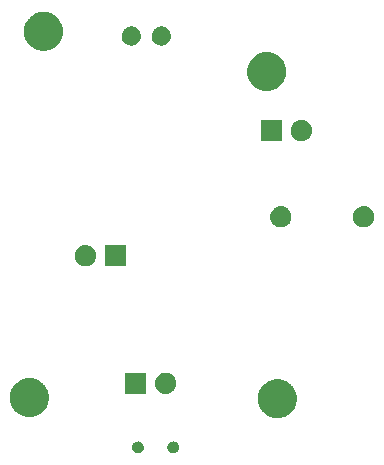
<source format=gbr>
G04 #@! TF.GenerationSoftware,KiCad,Pcbnew,6.0.0-unknown-120637b~86~ubuntu16.04.1*
G04 #@! TF.CreationDate,2019-08-06T10:20:09+03:00*
G04 #@! TF.ProjectId,contact-mic,636f6e74-6163-4742-9d6d-69632e6b6963,rev?*
G04 #@! TF.SameCoordinates,Original*
G04 #@! TF.FileFunction,Soldermask,Bot*
G04 #@! TF.FilePolarity,Negative*
%FSLAX46Y46*%
G04 Gerber Fmt 4.6, Leading zero omitted, Abs format (unit mm)*
G04 Created by KiCad (PCBNEW 6.0.0-unknown-120637b~86~ubuntu16.04.1) date 2019-08-06 10:20:09*
%MOMM*%
%LPD*%
G04 APERTURE LIST*
%ADD10C,0.100000*%
G04 APERTURE END LIST*
D10*
G36*
X101553523Y-119031377D02*
G01*
X101594623Y-119033962D01*
X101615208Y-119040651D01*
X101645448Y-119045197D01*
X101683648Y-119062888D01*
X101715011Y-119073079D01*
X101740285Y-119089118D01*
X101775670Y-119105506D01*
X101801030Y-119127668D01*
X101821888Y-119140905D01*
X101848021Y-119168734D01*
X101883730Y-119199940D01*
X101897322Y-119221234D01*
X101908540Y-119233180D01*
X101930847Y-119273757D01*
X101960943Y-119320907D01*
X101965655Y-119337072D01*
X101969520Y-119344103D01*
X101982951Y-119396413D01*
X102001101Y-119458683D01*
X102000996Y-119466694D01*
X102001000Y-119466709D01*
X102001000Y-119593291D01*
X101999250Y-119600106D01*
X101999063Y-119614410D01*
X101981450Y-119669433D01*
X101969520Y-119715897D01*
X101962474Y-119728713D01*
X101955312Y-119751088D01*
X101927760Y-119791858D01*
X101908540Y-119826820D01*
X101892824Y-119843556D01*
X101874959Y-119869992D01*
X101843572Y-119896004D01*
X101821888Y-119919095D01*
X101795510Y-119935835D01*
X101764463Y-119961565D01*
X101734761Y-119974387D01*
X101715011Y-119986921D01*
X101677478Y-119999116D01*
X101632707Y-120018444D01*
X101608954Y-120021382D01*
X101594623Y-120026038D01*
X101547162Y-120029024D01*
X101490283Y-120036058D01*
X101474974Y-120033565D01*
X101468293Y-120033985D01*
X101414222Y-120023671D01*
X101348640Y-120012990D01*
X101279542Y-119979957D01*
X101229419Y-119956371D01*
X101228345Y-119955483D01*
X101219165Y-119951094D01*
X101172293Y-119909112D01*
X101131884Y-119875683D01*
X101126135Y-119867770D01*
X101112266Y-119855348D01*
X101083691Y-119809351D01*
X101057481Y-119773276D01*
X101050805Y-119756415D01*
X101036536Y-119733446D01*
X101024298Y-119689465D01*
X101010883Y-119655583D01*
X101007568Y-119629341D01*
X100998065Y-119595190D01*
X100998552Y-119557975D01*
X100995018Y-119530000D01*
X100999369Y-119495559D01*
X100999943Y-119451693D01*
X101008390Y-119424150D01*
X101010883Y-119404417D01*
X101026672Y-119364538D01*
X101042021Y-119314491D01*
X101053232Y-119297457D01*
X101057481Y-119286724D01*
X101087365Y-119245592D01*
X101120915Y-119194614D01*
X101130027Y-119186872D01*
X101131884Y-119184317D01*
X101175762Y-119148018D01*
X101230284Y-119101698D01*
X101292992Y-119073713D01*
X101343950Y-119049734D01*
X101348797Y-119048809D01*
X101361335Y-119043214D01*
X101419951Y-119035237D01*
X101468293Y-119026015D01*
X101481570Y-119026850D01*
X101503534Y-119023861D01*
X101553523Y-119031377D01*
X101553523Y-119031377D01*
G37*
G36*
X98553523Y-119031377D02*
G01*
X98594623Y-119033962D01*
X98615208Y-119040651D01*
X98645448Y-119045197D01*
X98683648Y-119062888D01*
X98715011Y-119073079D01*
X98740285Y-119089118D01*
X98775670Y-119105506D01*
X98801030Y-119127668D01*
X98821888Y-119140905D01*
X98848021Y-119168734D01*
X98883730Y-119199940D01*
X98897322Y-119221234D01*
X98908540Y-119233180D01*
X98930847Y-119273757D01*
X98960943Y-119320907D01*
X98965655Y-119337072D01*
X98969520Y-119344103D01*
X98982951Y-119396413D01*
X99001101Y-119458683D01*
X99000996Y-119466694D01*
X99001000Y-119466709D01*
X99001000Y-119593291D01*
X98999250Y-119600106D01*
X98999063Y-119614410D01*
X98981450Y-119669433D01*
X98969520Y-119715897D01*
X98962474Y-119728713D01*
X98955312Y-119751088D01*
X98927760Y-119791858D01*
X98908540Y-119826820D01*
X98892824Y-119843556D01*
X98874959Y-119869992D01*
X98843572Y-119896004D01*
X98821888Y-119919095D01*
X98795510Y-119935835D01*
X98764463Y-119961565D01*
X98734761Y-119974387D01*
X98715011Y-119986921D01*
X98677478Y-119999116D01*
X98632707Y-120018444D01*
X98608954Y-120021382D01*
X98594623Y-120026038D01*
X98547162Y-120029024D01*
X98490283Y-120036058D01*
X98474974Y-120033565D01*
X98468293Y-120033985D01*
X98414222Y-120023671D01*
X98348640Y-120012990D01*
X98279542Y-119979957D01*
X98229419Y-119956371D01*
X98228345Y-119955483D01*
X98219165Y-119951094D01*
X98172293Y-119909112D01*
X98131884Y-119875683D01*
X98126135Y-119867770D01*
X98112266Y-119855348D01*
X98083691Y-119809351D01*
X98057481Y-119773276D01*
X98050805Y-119756415D01*
X98036536Y-119733446D01*
X98024298Y-119689465D01*
X98010883Y-119655583D01*
X98007568Y-119629341D01*
X97998065Y-119595190D01*
X97998552Y-119557975D01*
X97995018Y-119530000D01*
X97999369Y-119495559D01*
X97999943Y-119451693D01*
X98008390Y-119424150D01*
X98010883Y-119404417D01*
X98026672Y-119364538D01*
X98042021Y-119314491D01*
X98053232Y-119297457D01*
X98057481Y-119286724D01*
X98087365Y-119245592D01*
X98120915Y-119194614D01*
X98130027Y-119186872D01*
X98131884Y-119184317D01*
X98175762Y-119148018D01*
X98230284Y-119101698D01*
X98292992Y-119073713D01*
X98343950Y-119049734D01*
X98348797Y-119048809D01*
X98361335Y-119043214D01*
X98419951Y-119035237D01*
X98468293Y-119026015D01*
X98481570Y-119026850D01*
X98503534Y-119023861D01*
X98553523Y-119031377D01*
X98553523Y-119031377D01*
G37*
G36*
X110373730Y-113749000D02*
G01*
X110429937Y-113749000D01*
X110500874Y-113760235D01*
X110567558Y-113766128D01*
X110624072Y-113779748D01*
X110686610Y-113789653D01*
X110748179Y-113809658D01*
X110806121Y-113823622D01*
X110866809Y-113848203D01*
X110933764Y-113869958D01*
X110985106Y-113896118D01*
X111033565Y-113915746D01*
X111096309Y-113952779D01*
X111165312Y-113987938D01*
X111206161Y-114017616D01*
X111244891Y-114040476D01*
X111307232Y-114091049D01*
X111375554Y-114140688D01*
X111406207Y-114171341D01*
X111435465Y-114195076D01*
X111494718Y-114259852D01*
X111559312Y-114324446D01*
X111580574Y-114353711D01*
X111601091Y-114376140D01*
X111654400Y-114455323D01*
X111712062Y-114534688D01*
X111725230Y-114560531D01*
X111738137Y-114579703D01*
X111782562Y-114673052D01*
X111830042Y-114766236D01*
X111836784Y-114786987D01*
X111843587Y-114801281D01*
X111876245Y-114908436D01*
X111910347Y-115013390D01*
X111912634Y-115027830D01*
X111915129Y-115036016D01*
X111933244Y-115157955D01*
X111951000Y-115270063D01*
X111951000Y-115529937D01*
X111942684Y-115582440D01*
X111941885Y-115611983D01*
X111924640Y-115696367D01*
X111910347Y-115786610D01*
X111899164Y-115821027D01*
X111893080Y-115850799D01*
X111860365Y-115940439D01*
X111830042Y-116033764D01*
X111816872Y-116059612D01*
X111808950Y-116081318D01*
X111759540Y-116172131D01*
X111712062Y-116265312D01*
X111699241Y-116282959D01*
X111691672Y-116296870D01*
X111624158Y-116386301D01*
X111559312Y-116475554D01*
X111548976Y-116485890D01*
X111543819Y-116492721D01*
X111455782Y-116579084D01*
X111375554Y-116659312D01*
X111369558Y-116663668D01*
X111368640Y-116664569D01*
X111193110Y-116791866D01*
X111165312Y-116812062D01*
X111064629Y-116863363D01*
X110952223Y-116921753D01*
X110945505Y-116924060D01*
X110933764Y-116930042D01*
X110827902Y-116964439D01*
X110720133Y-117001441D01*
X110705994Y-117004049D01*
X110686610Y-117010347D01*
X110582080Y-117026903D01*
X110478808Y-117045950D01*
X110457170Y-117046687D01*
X110429937Y-117051000D01*
X110330480Y-117051000D01*
X110233553Y-117054300D01*
X110204812Y-117051000D01*
X110170063Y-117051000D01*
X110078482Y-117036495D01*
X109989768Y-117026309D01*
X109954791Y-117016904D01*
X109913390Y-117010347D01*
X109831749Y-116983820D01*
X109752788Y-116962589D01*
X109712903Y-116945205D01*
X109666236Y-116930042D01*
X109595965Y-116894237D01*
X109527832Y-116864541D01*
X109484765Y-116837578D01*
X109434688Y-116812062D01*
X109376590Y-116769851D01*
X109319843Y-116734323D01*
X109275667Y-116696526D01*
X109224446Y-116659312D01*
X109178671Y-116613537D01*
X109133382Y-116574788D01*
X109090465Y-116525331D01*
X109040688Y-116475554D01*
X109006823Y-116428943D01*
X108972556Y-116389454D01*
X108933461Y-116327969D01*
X108887938Y-116265312D01*
X108865015Y-116220323D01*
X108840884Y-116182372D01*
X108808299Y-116109012D01*
X108769958Y-116033764D01*
X108756561Y-115992533D01*
X108741269Y-115958105D01*
X108717885Y-115873501D01*
X108689653Y-115786610D01*
X108683993Y-115750874D01*
X108675897Y-115721582D01*
X108664348Y-115626843D01*
X108649000Y-115529937D01*
X108649000Y-115500932D01*
X108646203Y-115477987D01*
X108649000Y-115374628D01*
X108649000Y-115270063D01*
X108652413Y-115248516D01*
X108652841Y-115232689D01*
X108672390Y-115122382D01*
X108689653Y-115013390D01*
X108694171Y-114999485D01*
X108695664Y-114991061D01*
X108734876Y-114874207D01*
X108769958Y-114766236D01*
X108773325Y-114759628D01*
X108773732Y-114758415D01*
X108871710Y-114566538D01*
X108887938Y-114534688D01*
X108954366Y-114443258D01*
X109028002Y-114340214D01*
X109032942Y-114335107D01*
X109040688Y-114324446D01*
X109119390Y-114245744D01*
X109198621Y-114163841D01*
X109210037Y-114155097D01*
X109224446Y-114140688D01*
X109310048Y-114078494D01*
X109393440Y-114014621D01*
X109412390Y-114004139D01*
X109434688Y-113987938D01*
X109523279Y-113942798D01*
X109608164Y-113895843D01*
X109635275Y-113885734D01*
X109666236Y-113869958D01*
X109754418Y-113841306D01*
X109838091Y-113810105D01*
X109873527Y-113802605D01*
X109913390Y-113789653D01*
X109998177Y-113776224D01*
X110078171Y-113759294D01*
X110121600Y-113756676D01*
X110170063Y-113749000D01*
X110248917Y-113749000D01*
X110323111Y-113744527D01*
X110373730Y-113749000D01*
X110373730Y-113749000D01*
G37*
G36*
X89373730Y-113649000D02*
G01*
X89429937Y-113649000D01*
X89500874Y-113660235D01*
X89567558Y-113666128D01*
X89624072Y-113679748D01*
X89686610Y-113689653D01*
X89748179Y-113709658D01*
X89806121Y-113723622D01*
X89866809Y-113748203D01*
X89933764Y-113769958D01*
X89985106Y-113796118D01*
X90033565Y-113815746D01*
X90096309Y-113852779D01*
X90165312Y-113887938D01*
X90206161Y-113917616D01*
X90244891Y-113940476D01*
X90307232Y-113991049D01*
X90375554Y-114040688D01*
X90406207Y-114071341D01*
X90435465Y-114095076D01*
X90494718Y-114159852D01*
X90559312Y-114224446D01*
X90580574Y-114253711D01*
X90601091Y-114276140D01*
X90654400Y-114355323D01*
X90712062Y-114434688D01*
X90725230Y-114460531D01*
X90738137Y-114479703D01*
X90782562Y-114573052D01*
X90830042Y-114666236D01*
X90836784Y-114686987D01*
X90843587Y-114701281D01*
X90876245Y-114808436D01*
X90910347Y-114913390D01*
X90912634Y-114927830D01*
X90915129Y-114936016D01*
X90933244Y-115057955D01*
X90951000Y-115170063D01*
X90951000Y-115429937D01*
X90942684Y-115482440D01*
X90941885Y-115511983D01*
X90924640Y-115596367D01*
X90910347Y-115686610D01*
X90899164Y-115721027D01*
X90893080Y-115750799D01*
X90860365Y-115840439D01*
X90830042Y-115933764D01*
X90816872Y-115959612D01*
X90808950Y-115981318D01*
X90759540Y-116072131D01*
X90712062Y-116165312D01*
X90699241Y-116182959D01*
X90691672Y-116196870D01*
X90624158Y-116286301D01*
X90559312Y-116375554D01*
X90548976Y-116385890D01*
X90543819Y-116392721D01*
X90455782Y-116479084D01*
X90375554Y-116559312D01*
X90369558Y-116563668D01*
X90368640Y-116564569D01*
X90193110Y-116691866D01*
X90165312Y-116712062D01*
X90064629Y-116763363D01*
X89952223Y-116821753D01*
X89945505Y-116824060D01*
X89933764Y-116830042D01*
X89827902Y-116864439D01*
X89720133Y-116901441D01*
X89705994Y-116904049D01*
X89686610Y-116910347D01*
X89582080Y-116926903D01*
X89478808Y-116945950D01*
X89457170Y-116946687D01*
X89429937Y-116951000D01*
X89330480Y-116951000D01*
X89233553Y-116954300D01*
X89204812Y-116951000D01*
X89170063Y-116951000D01*
X89078482Y-116936495D01*
X88989768Y-116926309D01*
X88954791Y-116916904D01*
X88913390Y-116910347D01*
X88831749Y-116883820D01*
X88752788Y-116862589D01*
X88712903Y-116845205D01*
X88666236Y-116830042D01*
X88595965Y-116794237D01*
X88527832Y-116764541D01*
X88484765Y-116737578D01*
X88434688Y-116712062D01*
X88376590Y-116669851D01*
X88319843Y-116634323D01*
X88275667Y-116596526D01*
X88224446Y-116559312D01*
X88178671Y-116513537D01*
X88133382Y-116474788D01*
X88090465Y-116425331D01*
X88040688Y-116375554D01*
X88006823Y-116328943D01*
X87972556Y-116289454D01*
X87933461Y-116227969D01*
X87887938Y-116165312D01*
X87865015Y-116120323D01*
X87840884Y-116082372D01*
X87808299Y-116009012D01*
X87769958Y-115933764D01*
X87756561Y-115892533D01*
X87741269Y-115858105D01*
X87717885Y-115773501D01*
X87689653Y-115686610D01*
X87683993Y-115650874D01*
X87675897Y-115621582D01*
X87664348Y-115526843D01*
X87649000Y-115429937D01*
X87649000Y-115400932D01*
X87646203Y-115377987D01*
X87649000Y-115274628D01*
X87649000Y-115170063D01*
X87652413Y-115148516D01*
X87652841Y-115132689D01*
X87672390Y-115022382D01*
X87689653Y-114913390D01*
X87694171Y-114899485D01*
X87695664Y-114891061D01*
X87734876Y-114774207D01*
X87769958Y-114666236D01*
X87773325Y-114659628D01*
X87773732Y-114658415D01*
X87871710Y-114466538D01*
X87887938Y-114434688D01*
X87954366Y-114343258D01*
X88028002Y-114240214D01*
X88032942Y-114235107D01*
X88040688Y-114224446D01*
X88119390Y-114145744D01*
X88198621Y-114063841D01*
X88210037Y-114055097D01*
X88224446Y-114040688D01*
X88310048Y-113978494D01*
X88393440Y-113914621D01*
X88412390Y-113904139D01*
X88434688Y-113887938D01*
X88523279Y-113842798D01*
X88608164Y-113795843D01*
X88635275Y-113785734D01*
X88666236Y-113769958D01*
X88754418Y-113741306D01*
X88838091Y-113710105D01*
X88873527Y-113702605D01*
X88913390Y-113689653D01*
X88998177Y-113676224D01*
X89078171Y-113659294D01*
X89121600Y-113656676D01*
X89170063Y-113649000D01*
X89248917Y-113649000D01*
X89323111Y-113644527D01*
X89373730Y-113649000D01*
X89373730Y-113649000D01*
G37*
G36*
X99169899Y-113201959D02*
G01*
X99186769Y-113213231D01*
X99198041Y-113230101D01*
X99204448Y-113262312D01*
X99204448Y-114937688D01*
X99201999Y-114950000D01*
X99198041Y-114969899D01*
X99186769Y-114986769D01*
X99169899Y-114998041D01*
X99150000Y-115001999D01*
X99137688Y-115004448D01*
X97462312Y-115004448D01*
X97430101Y-114998041D01*
X97413231Y-114986769D01*
X97401959Y-114969899D01*
X97395552Y-114937688D01*
X97395552Y-113262312D01*
X97401959Y-113230101D01*
X97413231Y-113213231D01*
X97430101Y-113201959D01*
X97462312Y-113195552D01*
X99137688Y-113195552D01*
X99169899Y-113201959D01*
X99169899Y-113201959D01*
G37*
G36*
X101028360Y-113213835D02*
G01*
X101109397Y-113240166D01*
X101196663Y-113267848D01*
X101199655Y-113269493D01*
X101208488Y-113272363D01*
X101280466Y-113313919D01*
X101351499Y-113352970D01*
X101358986Y-113359253D01*
X101372511Y-113367061D01*
X101430259Y-113419057D01*
X101486857Y-113466549D01*
X101496962Y-113479118D01*
X101513261Y-113493793D01*
X101555454Y-113551867D01*
X101597579Y-113604260D01*
X101607994Y-113624182D01*
X101624586Y-113647019D01*
X101651297Y-113707012D01*
X101679439Y-113760843D01*
X101687582Y-113788510D01*
X101701621Y-113820042D01*
X101713992Y-113878241D01*
X101729328Y-113930349D01*
X101732518Y-113965401D01*
X101740999Y-114005301D01*
X101740999Y-114058592D01*
X101745343Y-114106324D01*
X101740999Y-114147653D01*
X101740999Y-114194699D01*
X101731217Y-114240721D01*
X101726873Y-114282047D01*
X101712702Y-114327827D01*
X101701621Y-114379958D01*
X101685028Y-114417226D01*
X101674622Y-114450843D01*
X101648789Y-114498620D01*
X101624586Y-114552981D01*
X101604298Y-114580905D01*
X101590580Y-114606276D01*
X101551859Y-114653082D01*
X101513261Y-114706207D01*
X101492284Y-114725095D01*
X101477952Y-114742419D01*
X101425845Y-114784917D01*
X101372511Y-114832939D01*
X101353524Y-114843901D01*
X101341025Y-114854095D01*
X101275780Y-114888786D01*
X101208488Y-114927637D01*
X101193636Y-114932463D01*
X101185003Y-114937053D01*
X101107430Y-114960473D01*
X101028360Y-114986165D01*
X101019114Y-114987137D01*
X101015851Y-114988122D01*
X100924710Y-114997059D01*
X100887211Y-115001000D01*
X100792789Y-115001000D01*
X100651640Y-114986165D01*
X100570603Y-114959834D01*
X100483337Y-114932152D01*
X100480345Y-114930507D01*
X100471512Y-114927637D01*
X100399534Y-114886081D01*
X100328501Y-114847030D01*
X100321014Y-114840747D01*
X100307489Y-114832939D01*
X100249741Y-114780943D01*
X100193143Y-114733451D01*
X100183038Y-114720882D01*
X100166739Y-114706207D01*
X100124546Y-114648133D01*
X100082421Y-114595740D01*
X100072006Y-114575818D01*
X100055414Y-114552981D01*
X100028703Y-114492988D01*
X100000561Y-114439157D01*
X99992418Y-114411490D01*
X99978379Y-114379958D01*
X99966008Y-114321759D01*
X99950672Y-114269651D01*
X99947482Y-114234599D01*
X99939001Y-114194699D01*
X99939001Y-114141408D01*
X99934657Y-114093676D01*
X99939001Y-114052347D01*
X99939001Y-114005301D01*
X99948783Y-113959279D01*
X99953127Y-113917953D01*
X99967298Y-113872173D01*
X99978379Y-113820042D01*
X99994972Y-113782774D01*
X100005378Y-113749157D01*
X100031211Y-113701380D01*
X100055414Y-113647019D01*
X100075702Y-113619095D01*
X100089420Y-113593724D01*
X100128141Y-113546918D01*
X100166739Y-113493793D01*
X100187716Y-113474905D01*
X100202048Y-113457581D01*
X100254155Y-113415083D01*
X100307489Y-113367061D01*
X100326476Y-113356099D01*
X100338975Y-113345905D01*
X100404220Y-113311214D01*
X100471512Y-113272363D01*
X100486364Y-113267537D01*
X100494997Y-113262947D01*
X100572570Y-113239527D01*
X100651640Y-113213835D01*
X100660886Y-113212863D01*
X100664149Y-113211878D01*
X100755290Y-113202941D01*
X100792789Y-113199000D01*
X100887211Y-113199000D01*
X101028360Y-113213835D01*
X101028360Y-113213835D01*
G37*
G36*
X97469899Y-102401959D02*
G01*
X97486769Y-102413231D01*
X97498041Y-102430101D01*
X97504448Y-102462312D01*
X97504448Y-104137688D01*
X97501999Y-104150000D01*
X97498041Y-104169899D01*
X97486769Y-104186769D01*
X97469899Y-104198041D01*
X97450000Y-104201999D01*
X97437688Y-104204448D01*
X95762312Y-104204448D01*
X95730101Y-104198041D01*
X95713231Y-104186769D01*
X95701959Y-104169899D01*
X95695552Y-104137688D01*
X95695552Y-102462312D01*
X95701959Y-102430101D01*
X95713231Y-102413231D01*
X95730101Y-102401959D01*
X95762312Y-102395552D01*
X97437688Y-102395552D01*
X97469899Y-102401959D01*
X97469899Y-102401959D01*
G37*
G36*
X94248360Y-102413835D02*
G01*
X94329397Y-102440166D01*
X94416663Y-102467848D01*
X94419655Y-102469493D01*
X94428488Y-102472363D01*
X94500466Y-102513919D01*
X94571499Y-102552970D01*
X94578986Y-102559253D01*
X94592511Y-102567061D01*
X94650259Y-102619057D01*
X94706857Y-102666549D01*
X94716962Y-102679118D01*
X94733261Y-102693793D01*
X94775454Y-102751867D01*
X94817579Y-102804260D01*
X94827994Y-102824182D01*
X94844586Y-102847019D01*
X94871297Y-102907012D01*
X94899439Y-102960843D01*
X94907582Y-102988510D01*
X94921621Y-103020042D01*
X94933992Y-103078241D01*
X94949328Y-103130349D01*
X94952518Y-103165401D01*
X94960999Y-103205301D01*
X94960999Y-103258592D01*
X94965343Y-103306324D01*
X94960999Y-103347653D01*
X94960999Y-103394699D01*
X94951217Y-103440721D01*
X94946873Y-103482047D01*
X94932702Y-103527827D01*
X94921621Y-103579958D01*
X94905028Y-103617226D01*
X94894622Y-103650843D01*
X94868789Y-103698620D01*
X94844586Y-103752981D01*
X94824298Y-103780905D01*
X94810580Y-103806276D01*
X94771859Y-103853082D01*
X94733261Y-103906207D01*
X94712284Y-103925095D01*
X94697952Y-103942419D01*
X94645845Y-103984917D01*
X94592511Y-104032939D01*
X94573524Y-104043901D01*
X94561025Y-104054095D01*
X94495780Y-104088786D01*
X94428488Y-104127637D01*
X94413636Y-104132463D01*
X94405003Y-104137053D01*
X94327430Y-104160473D01*
X94248360Y-104186165D01*
X94239114Y-104187137D01*
X94235851Y-104188122D01*
X94144710Y-104197059D01*
X94107211Y-104201000D01*
X94012789Y-104201000D01*
X93871640Y-104186165D01*
X93790603Y-104159834D01*
X93703337Y-104132152D01*
X93700345Y-104130507D01*
X93691512Y-104127637D01*
X93619534Y-104086081D01*
X93548501Y-104047030D01*
X93541014Y-104040747D01*
X93527489Y-104032939D01*
X93469741Y-103980943D01*
X93413143Y-103933451D01*
X93403038Y-103920882D01*
X93386739Y-103906207D01*
X93344546Y-103848133D01*
X93302421Y-103795740D01*
X93292006Y-103775818D01*
X93275414Y-103752981D01*
X93248703Y-103692988D01*
X93220561Y-103639157D01*
X93212418Y-103611490D01*
X93198379Y-103579958D01*
X93186008Y-103521759D01*
X93170672Y-103469651D01*
X93167482Y-103434599D01*
X93159001Y-103394699D01*
X93159001Y-103341408D01*
X93154657Y-103293676D01*
X93159001Y-103252347D01*
X93159001Y-103205301D01*
X93168783Y-103159279D01*
X93173127Y-103117953D01*
X93187298Y-103072173D01*
X93198379Y-103020042D01*
X93214972Y-102982774D01*
X93225378Y-102949157D01*
X93251211Y-102901380D01*
X93275414Y-102847019D01*
X93295702Y-102819095D01*
X93309420Y-102793724D01*
X93348141Y-102746918D01*
X93386739Y-102693793D01*
X93407716Y-102674905D01*
X93422048Y-102657581D01*
X93474155Y-102615083D01*
X93527489Y-102567061D01*
X93546476Y-102556099D01*
X93558975Y-102545905D01*
X93624220Y-102511214D01*
X93691512Y-102472363D01*
X93706364Y-102467537D01*
X93714997Y-102462947D01*
X93792570Y-102439527D01*
X93871640Y-102413835D01*
X93880886Y-102412863D01*
X93884149Y-102411878D01*
X93975290Y-102402941D01*
X94012789Y-102399000D01*
X94107211Y-102399000D01*
X94248360Y-102413835D01*
X94248360Y-102413835D01*
G37*
G36*
X117649902Y-99099283D02*
G01*
X117694637Y-99099595D01*
X117738460Y-99108590D01*
X117788360Y-99113835D01*
X117830132Y-99127408D01*
X117867723Y-99135124D01*
X117914851Y-99154935D01*
X117968488Y-99172363D01*
X118001099Y-99191191D01*
X118030614Y-99203598D01*
X118078301Y-99235763D01*
X118132511Y-99267061D01*
X118155826Y-99288054D01*
X118177101Y-99302404D01*
X118222183Y-99347802D01*
X118273261Y-99393793D01*
X118288003Y-99414083D01*
X118301608Y-99427784D01*
X118340643Y-99486537D01*
X118384586Y-99547019D01*
X118392221Y-99564168D01*
X118399388Y-99574955D01*
X118428865Y-99646472D01*
X118461621Y-99720042D01*
X118464211Y-99732225D01*
X118466724Y-99738323D01*
X118483292Y-99821997D01*
X118500999Y-99905301D01*
X118500999Y-100094699D01*
X118498115Y-100108269D01*
X118498030Y-100114331D01*
X118479342Y-100196585D01*
X118461621Y-100279958D01*
X118459129Y-100285555D01*
X118459078Y-100285780D01*
X118387210Y-100447197D01*
X118387078Y-100447385D01*
X118384586Y-100452981D01*
X118334480Y-100521946D01*
X118285357Y-100591582D01*
X118280585Y-100596126D01*
X118273261Y-100606207D01*
X118213396Y-100660110D01*
X118157396Y-100713438D01*
X118146464Y-100720376D01*
X118132511Y-100732939D01*
X118067764Y-100770321D01*
X118008211Y-100808114D01*
X117990209Y-100815097D01*
X117968488Y-100827637D01*
X117903115Y-100848878D01*
X117843468Y-100872014D01*
X117818200Y-100876469D01*
X117788360Y-100886165D01*
X117726095Y-100892709D01*
X117669460Y-100902695D01*
X117637459Y-100902025D01*
X117600000Y-100905962D01*
X117543902Y-100900066D01*
X117492799Y-100898996D01*
X117455323Y-100890756D01*
X117411640Y-100886165D01*
X117363917Y-100870659D01*
X117320225Y-100861052D01*
X117279230Y-100843142D01*
X117231512Y-100827637D01*
X117193473Y-100805675D01*
X117158310Y-100790313D01*
X117116337Y-100761141D01*
X117067489Y-100732939D01*
X117039504Y-100707741D01*
X117013215Y-100689470D01*
X116973257Y-100648092D01*
X116926739Y-100606207D01*
X116908296Y-100580823D01*
X116890473Y-100562366D01*
X116855821Y-100508597D01*
X116815414Y-100452981D01*
X116805212Y-100430066D01*
X116794754Y-100413839D01*
X116768789Y-100348261D01*
X116738379Y-100279958D01*
X116734476Y-100261596D01*
X116729707Y-100249551D01*
X116715740Y-100173448D01*
X116699001Y-100094699D01*
X116699001Y-100082246D01*
X116697811Y-100075762D01*
X116699001Y-99990535D01*
X116699001Y-99905301D01*
X116700275Y-99899308D01*
X116700278Y-99899077D01*
X116737015Y-99726246D01*
X116737105Y-99726036D01*
X116738379Y-99720042D01*
X116773042Y-99642188D01*
X116806622Y-99563839D01*
X116810348Y-99558397D01*
X116815414Y-99547019D01*
X116862746Y-99481872D01*
X116906452Y-99418041D01*
X116915706Y-99408979D01*
X116926739Y-99393793D01*
X116982297Y-99343769D01*
X117032693Y-99294417D01*
X117048848Y-99283846D01*
X117067489Y-99267061D01*
X117127026Y-99232687D01*
X117180551Y-99197662D01*
X117204340Y-99188050D01*
X117231512Y-99172363D01*
X117291045Y-99153019D01*
X117344376Y-99131472D01*
X117375820Y-99125474D01*
X117411640Y-99113835D01*
X117467744Y-99107938D01*
X117517945Y-99098362D01*
X117556312Y-99098630D01*
X117600000Y-99094038D01*
X117649902Y-99099283D01*
X117649902Y-99099283D01*
G37*
G36*
X110649902Y-99099283D02*
G01*
X110694637Y-99099595D01*
X110738460Y-99108590D01*
X110788360Y-99113835D01*
X110830132Y-99127408D01*
X110867723Y-99135124D01*
X110914851Y-99154935D01*
X110968488Y-99172363D01*
X111001099Y-99191191D01*
X111030614Y-99203598D01*
X111078301Y-99235763D01*
X111132511Y-99267061D01*
X111155826Y-99288054D01*
X111177101Y-99302404D01*
X111222183Y-99347802D01*
X111273261Y-99393793D01*
X111288003Y-99414083D01*
X111301608Y-99427784D01*
X111340643Y-99486537D01*
X111384586Y-99547019D01*
X111392221Y-99564168D01*
X111399388Y-99574955D01*
X111428865Y-99646472D01*
X111461621Y-99720042D01*
X111464211Y-99732225D01*
X111466724Y-99738323D01*
X111483292Y-99821997D01*
X111500999Y-99905301D01*
X111500999Y-100094699D01*
X111498115Y-100108269D01*
X111498030Y-100114331D01*
X111479342Y-100196585D01*
X111461621Y-100279958D01*
X111459129Y-100285555D01*
X111459078Y-100285780D01*
X111387210Y-100447197D01*
X111387078Y-100447385D01*
X111384586Y-100452981D01*
X111334480Y-100521946D01*
X111285357Y-100591582D01*
X111280585Y-100596126D01*
X111273261Y-100606207D01*
X111213396Y-100660110D01*
X111157396Y-100713438D01*
X111146464Y-100720376D01*
X111132511Y-100732939D01*
X111067764Y-100770321D01*
X111008211Y-100808114D01*
X110990209Y-100815097D01*
X110968488Y-100827637D01*
X110903115Y-100848878D01*
X110843468Y-100872014D01*
X110818200Y-100876469D01*
X110788360Y-100886165D01*
X110726095Y-100892709D01*
X110669460Y-100902695D01*
X110637459Y-100902025D01*
X110600000Y-100905962D01*
X110543902Y-100900066D01*
X110492799Y-100898996D01*
X110455323Y-100890756D01*
X110411640Y-100886165D01*
X110363917Y-100870659D01*
X110320225Y-100861052D01*
X110279230Y-100843142D01*
X110231512Y-100827637D01*
X110193473Y-100805675D01*
X110158310Y-100790313D01*
X110116337Y-100761141D01*
X110067489Y-100732939D01*
X110039504Y-100707741D01*
X110013215Y-100689470D01*
X109973257Y-100648092D01*
X109926739Y-100606207D01*
X109908296Y-100580823D01*
X109890473Y-100562366D01*
X109855821Y-100508597D01*
X109815414Y-100452981D01*
X109805212Y-100430066D01*
X109794754Y-100413839D01*
X109768789Y-100348261D01*
X109738379Y-100279958D01*
X109734476Y-100261596D01*
X109729707Y-100249551D01*
X109715740Y-100173448D01*
X109699001Y-100094699D01*
X109699001Y-100082246D01*
X109697811Y-100075762D01*
X109699001Y-99990535D01*
X109699001Y-99905301D01*
X109700275Y-99899308D01*
X109700278Y-99899077D01*
X109737015Y-99726246D01*
X109737105Y-99726036D01*
X109738379Y-99720042D01*
X109773042Y-99642188D01*
X109806622Y-99563839D01*
X109810348Y-99558397D01*
X109815414Y-99547019D01*
X109862746Y-99481872D01*
X109906452Y-99418041D01*
X109915706Y-99408979D01*
X109926739Y-99393793D01*
X109982297Y-99343769D01*
X110032693Y-99294417D01*
X110048848Y-99283846D01*
X110067489Y-99267061D01*
X110127026Y-99232687D01*
X110180551Y-99197662D01*
X110204340Y-99188050D01*
X110231512Y-99172363D01*
X110291045Y-99153019D01*
X110344376Y-99131472D01*
X110375820Y-99125474D01*
X110411640Y-99113835D01*
X110467744Y-99107938D01*
X110517945Y-99098362D01*
X110556312Y-99098630D01*
X110600000Y-99094038D01*
X110649902Y-99099283D01*
X110649902Y-99099283D01*
G37*
G36*
X110669899Y-91801959D02*
G01*
X110686769Y-91813231D01*
X110698041Y-91830101D01*
X110704448Y-91862312D01*
X110704448Y-93537688D01*
X110701999Y-93550000D01*
X110698041Y-93569899D01*
X110686769Y-93586769D01*
X110669899Y-93598041D01*
X110650000Y-93601999D01*
X110637688Y-93604448D01*
X108962312Y-93604448D01*
X108930101Y-93598041D01*
X108913231Y-93586769D01*
X108901959Y-93569899D01*
X108895552Y-93537688D01*
X108895552Y-91862312D01*
X108901959Y-91830101D01*
X108913231Y-91813231D01*
X108930101Y-91801959D01*
X108962312Y-91795552D01*
X110637688Y-91795552D01*
X110669899Y-91801959D01*
X110669899Y-91801959D01*
G37*
G36*
X112528360Y-91813835D02*
G01*
X112609397Y-91840166D01*
X112696663Y-91867848D01*
X112699655Y-91869493D01*
X112708488Y-91872363D01*
X112780466Y-91913919D01*
X112851499Y-91952970D01*
X112858986Y-91959253D01*
X112872511Y-91967061D01*
X112930259Y-92019057D01*
X112986857Y-92066549D01*
X112996962Y-92079118D01*
X113013261Y-92093793D01*
X113055454Y-92151867D01*
X113097579Y-92204260D01*
X113107994Y-92224182D01*
X113124586Y-92247019D01*
X113151297Y-92307012D01*
X113179439Y-92360843D01*
X113187582Y-92388510D01*
X113201621Y-92420042D01*
X113213992Y-92478241D01*
X113229328Y-92530349D01*
X113232518Y-92565401D01*
X113240999Y-92605301D01*
X113240999Y-92658592D01*
X113245343Y-92706324D01*
X113240999Y-92747653D01*
X113240999Y-92794699D01*
X113231217Y-92840721D01*
X113226873Y-92882047D01*
X113212702Y-92927827D01*
X113201621Y-92979958D01*
X113185028Y-93017226D01*
X113174622Y-93050843D01*
X113148789Y-93098620D01*
X113124586Y-93152981D01*
X113104298Y-93180905D01*
X113090580Y-93206276D01*
X113051859Y-93253082D01*
X113013261Y-93306207D01*
X112992284Y-93325095D01*
X112977952Y-93342419D01*
X112925845Y-93384917D01*
X112872511Y-93432939D01*
X112853524Y-93443901D01*
X112841025Y-93454095D01*
X112775780Y-93488786D01*
X112708488Y-93527637D01*
X112693636Y-93532463D01*
X112685003Y-93537053D01*
X112607430Y-93560473D01*
X112528360Y-93586165D01*
X112519114Y-93587137D01*
X112515851Y-93588122D01*
X112424710Y-93597059D01*
X112387211Y-93601000D01*
X112292789Y-93601000D01*
X112151640Y-93586165D01*
X112070603Y-93559834D01*
X111983337Y-93532152D01*
X111980345Y-93530507D01*
X111971512Y-93527637D01*
X111899534Y-93486081D01*
X111828501Y-93447030D01*
X111821014Y-93440747D01*
X111807489Y-93432939D01*
X111749741Y-93380943D01*
X111693143Y-93333451D01*
X111683038Y-93320882D01*
X111666739Y-93306207D01*
X111624546Y-93248133D01*
X111582421Y-93195740D01*
X111572006Y-93175818D01*
X111555414Y-93152981D01*
X111528703Y-93092988D01*
X111500561Y-93039157D01*
X111492418Y-93011490D01*
X111478379Y-92979958D01*
X111466008Y-92921759D01*
X111450672Y-92869651D01*
X111447482Y-92834599D01*
X111439001Y-92794699D01*
X111439001Y-92741408D01*
X111434657Y-92693676D01*
X111439001Y-92652347D01*
X111439001Y-92605301D01*
X111448783Y-92559279D01*
X111453127Y-92517953D01*
X111467298Y-92472173D01*
X111478379Y-92420042D01*
X111494972Y-92382774D01*
X111505378Y-92349157D01*
X111531211Y-92301380D01*
X111555414Y-92247019D01*
X111575702Y-92219095D01*
X111589420Y-92193724D01*
X111628141Y-92146918D01*
X111666739Y-92093793D01*
X111687716Y-92074905D01*
X111702048Y-92057581D01*
X111754155Y-92015083D01*
X111807489Y-91967061D01*
X111826476Y-91956099D01*
X111838975Y-91945905D01*
X111904220Y-91911214D01*
X111971512Y-91872363D01*
X111986364Y-91867537D01*
X111994997Y-91862947D01*
X112072570Y-91839527D01*
X112151640Y-91813835D01*
X112160886Y-91812863D01*
X112164149Y-91811878D01*
X112255290Y-91802941D01*
X112292789Y-91799000D01*
X112387211Y-91799000D01*
X112528360Y-91813835D01*
X112528360Y-91813835D01*
G37*
G36*
X109473730Y-86049000D02*
G01*
X109529937Y-86049000D01*
X109600874Y-86060235D01*
X109667558Y-86066128D01*
X109724072Y-86079748D01*
X109786610Y-86089653D01*
X109848179Y-86109658D01*
X109906121Y-86123622D01*
X109966809Y-86148203D01*
X110033764Y-86169958D01*
X110085106Y-86196118D01*
X110133565Y-86215746D01*
X110196309Y-86252779D01*
X110265312Y-86287938D01*
X110306161Y-86317616D01*
X110344891Y-86340476D01*
X110407232Y-86391049D01*
X110475554Y-86440688D01*
X110506207Y-86471341D01*
X110535465Y-86495076D01*
X110594718Y-86559852D01*
X110659312Y-86624446D01*
X110680574Y-86653711D01*
X110701091Y-86676140D01*
X110754400Y-86755323D01*
X110812062Y-86834688D01*
X110825230Y-86860531D01*
X110838137Y-86879703D01*
X110882562Y-86973052D01*
X110930042Y-87066236D01*
X110936784Y-87086987D01*
X110943587Y-87101281D01*
X110976245Y-87208436D01*
X111010347Y-87313390D01*
X111012634Y-87327830D01*
X111015129Y-87336016D01*
X111033244Y-87457955D01*
X111051000Y-87570063D01*
X111051000Y-87829937D01*
X111042684Y-87882440D01*
X111041885Y-87911983D01*
X111024640Y-87996367D01*
X111010347Y-88086610D01*
X110999164Y-88121027D01*
X110993080Y-88150799D01*
X110960365Y-88240439D01*
X110930042Y-88333764D01*
X110916872Y-88359612D01*
X110908950Y-88381318D01*
X110859540Y-88472131D01*
X110812062Y-88565312D01*
X110799241Y-88582959D01*
X110791672Y-88596870D01*
X110724158Y-88686301D01*
X110659312Y-88775554D01*
X110648976Y-88785890D01*
X110643819Y-88792721D01*
X110555782Y-88879084D01*
X110475554Y-88959312D01*
X110469558Y-88963668D01*
X110468640Y-88964569D01*
X110293110Y-89091866D01*
X110265312Y-89112062D01*
X110164629Y-89163363D01*
X110052223Y-89221753D01*
X110045505Y-89224060D01*
X110033764Y-89230042D01*
X109927902Y-89264439D01*
X109820133Y-89301441D01*
X109805994Y-89304049D01*
X109786610Y-89310347D01*
X109682080Y-89326903D01*
X109578808Y-89345950D01*
X109557170Y-89346687D01*
X109529937Y-89351000D01*
X109430480Y-89351000D01*
X109333553Y-89354300D01*
X109304812Y-89351000D01*
X109270063Y-89351000D01*
X109178482Y-89336495D01*
X109089768Y-89326309D01*
X109054791Y-89316904D01*
X109013390Y-89310347D01*
X108931749Y-89283820D01*
X108852788Y-89262589D01*
X108812903Y-89245205D01*
X108766236Y-89230042D01*
X108695965Y-89194237D01*
X108627832Y-89164541D01*
X108584765Y-89137578D01*
X108534688Y-89112062D01*
X108476590Y-89069851D01*
X108419843Y-89034323D01*
X108375667Y-88996526D01*
X108324446Y-88959312D01*
X108278671Y-88913537D01*
X108233382Y-88874788D01*
X108190465Y-88825331D01*
X108140688Y-88775554D01*
X108106823Y-88728943D01*
X108072556Y-88689454D01*
X108033461Y-88627969D01*
X107987938Y-88565312D01*
X107965015Y-88520323D01*
X107940884Y-88482372D01*
X107908299Y-88409012D01*
X107869958Y-88333764D01*
X107856561Y-88292533D01*
X107841269Y-88258105D01*
X107817885Y-88173501D01*
X107789653Y-88086610D01*
X107783993Y-88050874D01*
X107775897Y-88021582D01*
X107764348Y-87926843D01*
X107749000Y-87829937D01*
X107749000Y-87800932D01*
X107746203Y-87777987D01*
X107749000Y-87674628D01*
X107749000Y-87570063D01*
X107752413Y-87548516D01*
X107752841Y-87532689D01*
X107772390Y-87422382D01*
X107789653Y-87313390D01*
X107794171Y-87299485D01*
X107795664Y-87291061D01*
X107834876Y-87174207D01*
X107869958Y-87066236D01*
X107873325Y-87059628D01*
X107873732Y-87058415D01*
X107971710Y-86866538D01*
X107987938Y-86834688D01*
X108054366Y-86743258D01*
X108128002Y-86640214D01*
X108132942Y-86635107D01*
X108140688Y-86624446D01*
X108219390Y-86545744D01*
X108298621Y-86463841D01*
X108310037Y-86455097D01*
X108324446Y-86440688D01*
X108410048Y-86378494D01*
X108493440Y-86314621D01*
X108512390Y-86304139D01*
X108534688Y-86287938D01*
X108623279Y-86242798D01*
X108708164Y-86195843D01*
X108735275Y-86185734D01*
X108766236Y-86169958D01*
X108854418Y-86141306D01*
X108938091Y-86110105D01*
X108973527Y-86102605D01*
X109013390Y-86089653D01*
X109098177Y-86076224D01*
X109178171Y-86059294D01*
X109221600Y-86056676D01*
X109270063Y-86049000D01*
X109348917Y-86049000D01*
X109423111Y-86044527D01*
X109473730Y-86049000D01*
X109473730Y-86049000D01*
G37*
G36*
X90573730Y-82649000D02*
G01*
X90629937Y-82649000D01*
X90700874Y-82660235D01*
X90767558Y-82666128D01*
X90824072Y-82679748D01*
X90886610Y-82689653D01*
X90948179Y-82709658D01*
X91006121Y-82723622D01*
X91066809Y-82748203D01*
X91133764Y-82769958D01*
X91185106Y-82796118D01*
X91233565Y-82815746D01*
X91296309Y-82852779D01*
X91365312Y-82887938D01*
X91406161Y-82917616D01*
X91444891Y-82940476D01*
X91507232Y-82991049D01*
X91575554Y-83040688D01*
X91606207Y-83071341D01*
X91635465Y-83095076D01*
X91694718Y-83159852D01*
X91759312Y-83224446D01*
X91780574Y-83253711D01*
X91801091Y-83276140D01*
X91854400Y-83355323D01*
X91912062Y-83434688D01*
X91925230Y-83460531D01*
X91938137Y-83479703D01*
X91982562Y-83573052D01*
X92030042Y-83666236D01*
X92036784Y-83686987D01*
X92043587Y-83701281D01*
X92076245Y-83808436D01*
X92110347Y-83913390D01*
X92112634Y-83927830D01*
X92115129Y-83936016D01*
X92133244Y-84057955D01*
X92151000Y-84170063D01*
X92151000Y-84429937D01*
X92142684Y-84482440D01*
X92141885Y-84511983D01*
X92124640Y-84596367D01*
X92110347Y-84686610D01*
X92099164Y-84721027D01*
X92093080Y-84750799D01*
X92060365Y-84840439D01*
X92030042Y-84933764D01*
X92016872Y-84959612D01*
X92008950Y-84981318D01*
X91959540Y-85072131D01*
X91912062Y-85165312D01*
X91899241Y-85182959D01*
X91891672Y-85196870D01*
X91824158Y-85286301D01*
X91759312Y-85375554D01*
X91748976Y-85385890D01*
X91743819Y-85392721D01*
X91655782Y-85479084D01*
X91575554Y-85559312D01*
X91569558Y-85563668D01*
X91568640Y-85564569D01*
X91393110Y-85691866D01*
X91365312Y-85712062D01*
X91264629Y-85763363D01*
X91152223Y-85821753D01*
X91145505Y-85824060D01*
X91133764Y-85830042D01*
X91027902Y-85864439D01*
X90920133Y-85901441D01*
X90905994Y-85904049D01*
X90886610Y-85910347D01*
X90782080Y-85926903D01*
X90678808Y-85945950D01*
X90657170Y-85946687D01*
X90629937Y-85951000D01*
X90530480Y-85951000D01*
X90433553Y-85954300D01*
X90404812Y-85951000D01*
X90370063Y-85951000D01*
X90278482Y-85936495D01*
X90189768Y-85926309D01*
X90154791Y-85916904D01*
X90113390Y-85910347D01*
X90031749Y-85883820D01*
X89952788Y-85862589D01*
X89912903Y-85845205D01*
X89866236Y-85830042D01*
X89795965Y-85794237D01*
X89727832Y-85764541D01*
X89684765Y-85737578D01*
X89634688Y-85712062D01*
X89576590Y-85669851D01*
X89519843Y-85634323D01*
X89475667Y-85596526D01*
X89424446Y-85559312D01*
X89378671Y-85513537D01*
X89333382Y-85474788D01*
X89290465Y-85425331D01*
X89240688Y-85375554D01*
X89206823Y-85328943D01*
X89172556Y-85289454D01*
X89133461Y-85227969D01*
X89087938Y-85165312D01*
X89065015Y-85120323D01*
X89040884Y-85082372D01*
X89008299Y-85009012D01*
X88969958Y-84933764D01*
X88956561Y-84892533D01*
X88941269Y-84858105D01*
X88917885Y-84773501D01*
X88889653Y-84686610D01*
X88883993Y-84650874D01*
X88875897Y-84621582D01*
X88864348Y-84526843D01*
X88849000Y-84429937D01*
X88849000Y-84400932D01*
X88846203Y-84377987D01*
X88849000Y-84274628D01*
X88849000Y-84170063D01*
X88852413Y-84148516D01*
X88852841Y-84132689D01*
X88872390Y-84022382D01*
X88889653Y-83913390D01*
X88894171Y-83899485D01*
X88895664Y-83891061D01*
X88934876Y-83774207D01*
X88969958Y-83666236D01*
X88973325Y-83659628D01*
X88973732Y-83658415D01*
X89071710Y-83466538D01*
X89087938Y-83434688D01*
X89154366Y-83343258D01*
X89228002Y-83240214D01*
X89232942Y-83235107D01*
X89240688Y-83224446D01*
X89319390Y-83145744D01*
X89398621Y-83063841D01*
X89410037Y-83055097D01*
X89424446Y-83040688D01*
X89510048Y-82978494D01*
X89593440Y-82914621D01*
X89612390Y-82904139D01*
X89634688Y-82887938D01*
X89723279Y-82842798D01*
X89808164Y-82795843D01*
X89835275Y-82785734D01*
X89866236Y-82769958D01*
X89954418Y-82741306D01*
X90038091Y-82710105D01*
X90073527Y-82702605D01*
X90113390Y-82689653D01*
X90198177Y-82676224D01*
X90278171Y-82659294D01*
X90321600Y-82656676D01*
X90370063Y-82649000D01*
X90448917Y-82649000D01*
X90523111Y-82644527D01*
X90573730Y-82649000D01*
X90573730Y-82649000D01*
G37*
G36*
X100514971Y-83887249D02*
G01*
X100566871Y-83887611D01*
X100606215Y-83896839D01*
X100639962Y-83900386D01*
X100688296Y-83916091D01*
X100744448Y-83929261D01*
X100775616Y-83944463D01*
X100802500Y-83953198D01*
X100851344Y-83981398D01*
X100908383Y-84009218D01*
X100930933Y-84027348D01*
X100950499Y-84038645D01*
X100996517Y-84080080D01*
X101050531Y-84123508D01*
X101064940Y-84141687D01*
X101077506Y-84153002D01*
X101117093Y-84207489D01*
X101163825Y-84266450D01*
X101171365Y-84282188D01*
X101177956Y-84291259D01*
X101207434Y-84357468D01*
X101242636Y-84430940D01*
X101245231Y-84442363D01*
X101247468Y-84447387D01*
X101263374Y-84522220D01*
X101283045Y-84608802D01*
X101282967Y-84614397D01*
X101282999Y-84614548D01*
X101282999Y-84785452D01*
X101280409Y-84797639D01*
X101280182Y-84813864D01*
X101261465Y-84886760D01*
X101247468Y-84952613D01*
X101240592Y-84968058D01*
X101234822Y-84990529D01*
X101203142Y-85052172D01*
X101177956Y-85108741D01*
X101164675Y-85127020D01*
X101151450Y-85152754D01*
X101110661Y-85201364D01*
X101077506Y-85246998D01*
X101056496Y-85265916D01*
X101034208Y-85292477D01*
X100988271Y-85327345D01*
X100950499Y-85361355D01*
X100921113Y-85378321D01*
X100888925Y-85402753D01*
X100841659Y-85424194D01*
X100802500Y-85446802D01*
X100764852Y-85459035D01*
X100722820Y-85478101D01*
X100677610Y-85487381D01*
X100639962Y-85499614D01*
X100594993Y-85504341D01*
X100544151Y-85514777D01*
X100503750Y-85513931D01*
X100470000Y-85517478D01*
X100419448Y-85512165D01*
X100361795Y-85510957D01*
X100328152Y-85502569D01*
X100300038Y-85499614D01*
X100246402Y-85482186D01*
X100184818Y-85466832D01*
X100158985Y-85453783D01*
X100137500Y-85446802D01*
X100083882Y-85415845D01*
X100022014Y-85384594D01*
X100004138Y-85369806D01*
X99989501Y-85361355D01*
X99939478Y-85316315D01*
X99881476Y-85268331D01*
X99870822Y-85254497D01*
X99862494Y-85246998D01*
X99819898Y-85188369D01*
X99770189Y-85123821D01*
X99765278Y-85113192D01*
X99762044Y-85108741D01*
X99730920Y-85038834D01*
X99693683Y-84958246D01*
X99655761Y-84779837D01*
X99657001Y-84691012D01*
X99657001Y-84614548D01*
X99658143Y-84609173D01*
X99658307Y-84597459D01*
X99677469Y-84518253D01*
X99692532Y-84447387D01*
X99697090Y-84437149D01*
X99701196Y-84420178D01*
X99734660Y-84352766D01*
X99762044Y-84291259D01*
X99771982Y-84277581D01*
X99782295Y-84256805D01*
X99826093Y-84203103D01*
X99862494Y-84153002D01*
X99879286Y-84137883D01*
X99897575Y-84115458D01*
X99947586Y-84076385D01*
X99989501Y-84038645D01*
X100013983Y-84024510D01*
X100041304Y-84003165D01*
X100093480Y-83978613D01*
X100137500Y-83953198D01*
X100169775Y-83942711D01*
X100206340Y-83925505D01*
X100257032Y-83914360D01*
X100300038Y-83900386D01*
X100339408Y-83896248D01*
X100384481Y-83886338D01*
X100430629Y-83886660D01*
X100470000Y-83882522D01*
X100514971Y-83887249D01*
X100514971Y-83887249D01*
G37*
G36*
X97974971Y-83887249D02*
G01*
X98026871Y-83887611D01*
X98066215Y-83896839D01*
X98099962Y-83900386D01*
X98148296Y-83916091D01*
X98204448Y-83929261D01*
X98235616Y-83944463D01*
X98262500Y-83953198D01*
X98311344Y-83981398D01*
X98368383Y-84009218D01*
X98390933Y-84027348D01*
X98410499Y-84038645D01*
X98456517Y-84080080D01*
X98510531Y-84123508D01*
X98524940Y-84141687D01*
X98537506Y-84153002D01*
X98577093Y-84207489D01*
X98623825Y-84266450D01*
X98631365Y-84282188D01*
X98637956Y-84291259D01*
X98667434Y-84357468D01*
X98702636Y-84430940D01*
X98705231Y-84442363D01*
X98707468Y-84447387D01*
X98723374Y-84522220D01*
X98743045Y-84608802D01*
X98742967Y-84614397D01*
X98742999Y-84614548D01*
X98742999Y-84785452D01*
X98740409Y-84797639D01*
X98740182Y-84813864D01*
X98721465Y-84886760D01*
X98707468Y-84952613D01*
X98700592Y-84968058D01*
X98694822Y-84990529D01*
X98663142Y-85052172D01*
X98637956Y-85108741D01*
X98624675Y-85127020D01*
X98611450Y-85152754D01*
X98570661Y-85201364D01*
X98537506Y-85246998D01*
X98516496Y-85265916D01*
X98494208Y-85292477D01*
X98448271Y-85327345D01*
X98410499Y-85361355D01*
X98381113Y-85378321D01*
X98348925Y-85402753D01*
X98301659Y-85424194D01*
X98262500Y-85446802D01*
X98224852Y-85459035D01*
X98182820Y-85478101D01*
X98137610Y-85487381D01*
X98099962Y-85499614D01*
X98054993Y-85504341D01*
X98004151Y-85514777D01*
X97963750Y-85513931D01*
X97930000Y-85517478D01*
X97879448Y-85512165D01*
X97821795Y-85510957D01*
X97788152Y-85502569D01*
X97760038Y-85499614D01*
X97706402Y-85482186D01*
X97644818Y-85466832D01*
X97618985Y-85453783D01*
X97597500Y-85446802D01*
X97543882Y-85415845D01*
X97482014Y-85384594D01*
X97464138Y-85369806D01*
X97449501Y-85361355D01*
X97399478Y-85316315D01*
X97341476Y-85268331D01*
X97330822Y-85254497D01*
X97322494Y-85246998D01*
X97279898Y-85188369D01*
X97230189Y-85123821D01*
X97225278Y-85113192D01*
X97222044Y-85108741D01*
X97190920Y-85038834D01*
X97153683Y-84958246D01*
X97115761Y-84779837D01*
X97117001Y-84691012D01*
X97117001Y-84614548D01*
X97118143Y-84609173D01*
X97118307Y-84597459D01*
X97137469Y-84518253D01*
X97152532Y-84447387D01*
X97157090Y-84437149D01*
X97161196Y-84420178D01*
X97194660Y-84352766D01*
X97222044Y-84291259D01*
X97231982Y-84277581D01*
X97242295Y-84256805D01*
X97286093Y-84203103D01*
X97322494Y-84153002D01*
X97339286Y-84137883D01*
X97357575Y-84115458D01*
X97407586Y-84076385D01*
X97449501Y-84038645D01*
X97473983Y-84024510D01*
X97501304Y-84003165D01*
X97553480Y-83978613D01*
X97597500Y-83953198D01*
X97629775Y-83942711D01*
X97666340Y-83925505D01*
X97717032Y-83914360D01*
X97760038Y-83900386D01*
X97799408Y-83896248D01*
X97844481Y-83886338D01*
X97890629Y-83886660D01*
X97930000Y-83882522D01*
X97974971Y-83887249D01*
X97974971Y-83887249D01*
G37*
M02*

</source>
